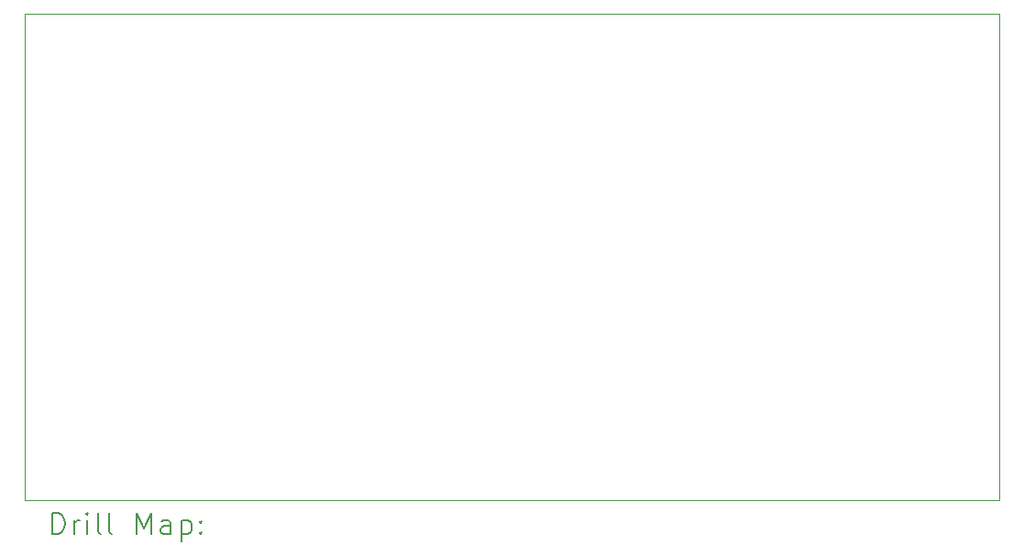
<source format=gbr>
%FSLAX45Y45*%
G04 Gerber Fmt 4.5, Leading zero omitted, Abs format (unit mm)*
G04 Created by KiCad (PCBNEW (6.0.0)) date 2022-06-07 13:13:02*
%MOMM*%
%LPD*%
G01*
G04 APERTURE LIST*
%TA.AperFunction,Profile*%
%ADD10C,0.100000*%
%TD*%
%ADD11C,0.200000*%
G04 APERTURE END LIST*
D10*
X10040000Y-6825000D02*
X10040000Y-11325000D01*
X10040000Y-11325000D02*
X19040000Y-11325000D01*
X19040000Y-6825000D02*
X10040000Y-6825000D01*
X19040000Y-11325000D02*
X19040000Y-6825000D01*
D11*
X10292619Y-11640476D02*
X10292619Y-11440476D01*
X10340238Y-11440476D01*
X10368810Y-11450000D01*
X10387857Y-11469048D01*
X10397381Y-11488095D01*
X10406905Y-11526190D01*
X10406905Y-11554762D01*
X10397381Y-11592857D01*
X10387857Y-11611905D01*
X10368810Y-11630952D01*
X10340238Y-11640476D01*
X10292619Y-11640476D01*
X10492619Y-11640476D02*
X10492619Y-11507143D01*
X10492619Y-11545238D02*
X10502143Y-11526190D01*
X10511667Y-11516667D01*
X10530714Y-11507143D01*
X10549762Y-11507143D01*
X10616429Y-11640476D02*
X10616429Y-11507143D01*
X10616429Y-11440476D02*
X10606905Y-11450000D01*
X10616429Y-11459524D01*
X10625952Y-11450000D01*
X10616429Y-11440476D01*
X10616429Y-11459524D01*
X10740238Y-11640476D02*
X10721190Y-11630952D01*
X10711667Y-11611905D01*
X10711667Y-11440476D01*
X10845000Y-11640476D02*
X10825952Y-11630952D01*
X10816429Y-11611905D01*
X10816429Y-11440476D01*
X11073571Y-11640476D02*
X11073571Y-11440476D01*
X11140238Y-11583333D01*
X11206905Y-11440476D01*
X11206905Y-11640476D01*
X11387857Y-11640476D02*
X11387857Y-11535714D01*
X11378333Y-11516667D01*
X11359286Y-11507143D01*
X11321190Y-11507143D01*
X11302143Y-11516667D01*
X11387857Y-11630952D02*
X11368809Y-11640476D01*
X11321190Y-11640476D01*
X11302143Y-11630952D01*
X11292619Y-11611905D01*
X11292619Y-11592857D01*
X11302143Y-11573809D01*
X11321190Y-11564286D01*
X11368809Y-11564286D01*
X11387857Y-11554762D01*
X11483095Y-11507143D02*
X11483095Y-11707143D01*
X11483095Y-11516667D02*
X11502143Y-11507143D01*
X11540238Y-11507143D01*
X11559286Y-11516667D01*
X11568809Y-11526190D01*
X11578333Y-11545238D01*
X11578333Y-11602381D01*
X11568809Y-11621428D01*
X11559286Y-11630952D01*
X11540238Y-11640476D01*
X11502143Y-11640476D01*
X11483095Y-11630952D01*
X11664048Y-11621428D02*
X11673571Y-11630952D01*
X11664048Y-11640476D01*
X11654524Y-11630952D01*
X11664048Y-11621428D01*
X11664048Y-11640476D01*
X11664048Y-11516667D02*
X11673571Y-11526190D01*
X11664048Y-11535714D01*
X11654524Y-11526190D01*
X11664048Y-11516667D01*
X11664048Y-11535714D01*
M02*

</source>
